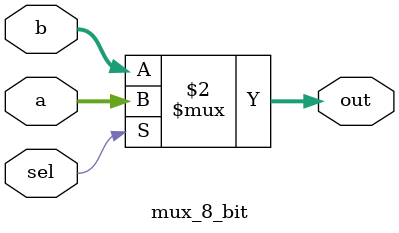
<source format=v>
module mux_8_bit(a,b,sel,out);
input [7:0] a;
input [7:0] b;
input sel;

output  reg [7:0]out;

always @(*) 
  out <= sel ?  a : b ; 

endmodule
</source>
